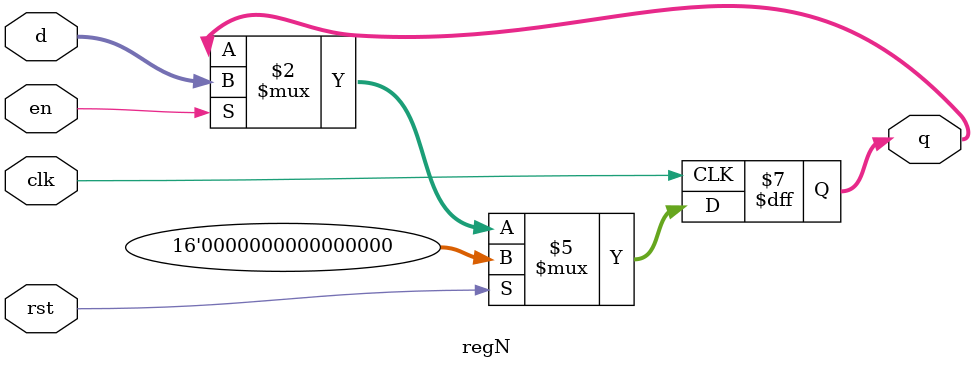
<source format=sv>
`timescale 1ns / 1ps

module regN #(
    parameter WIDTH = 16
)(
    input                  clk,
    input                  rst,   // reset đồng bộ, active-high
    input                  en,
    input      [WIDTH-1:0] d,
    output reg [WIDTH-1:0] q
);
    always @(posedge clk) begin
        if (rst)
            q <= {WIDTH{1'b0}};
        else if (en)
            q <= d;
    end
endmodule
</source>
